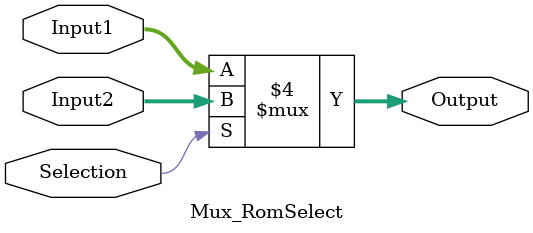
<source format=v>
`timescale 1ns / 1ps
module Mux_RomSelect(
    input [9:0] Input1,
    input [9:0] Input2,
	 input Selection,
    output reg [9:0] Output
    );
	 
	always @ (Selection or Input1 or Input2)
	begin
		if (Selection == 0)
			Output = Input1;
		else
			Output = Input2;
	end

endmodule

</source>
